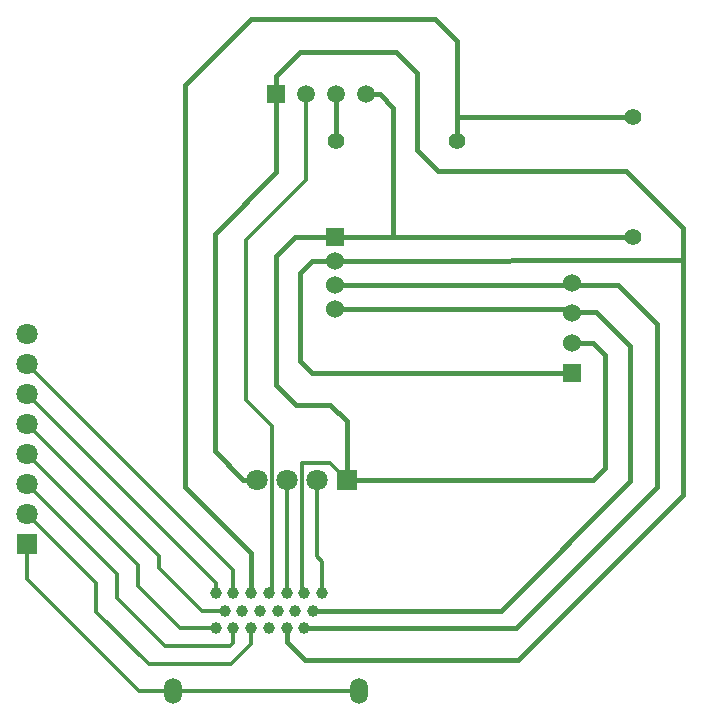
<source format=gbl>
G04 Layer: BottomLayer*
G04 EasyEDA v6.5.23, 2023-06-19 12:13:42*
G04 e563b856323e489fb497cbcb29ae2dd2,10*
G04 Gerber Generator version 0.2*
G04 Scale: 100 percent, Rotated: No, Reflected: No *
G04 Dimensions in millimeters *
G04 leading zeros omitted , absolute positions ,4 integer and 5 decimal *
%FSLAX45Y45*%
%MOMM*%

%ADD10C,0.3000*%
%ADD11C,0.4000*%
%ADD12R,1.8000X1.8000*%
%ADD13C,1.8000*%
%ADD14C,1.5240*%
%ADD15R,1.5240X1.5240*%
%ADD16C,1.0000*%
%ADD17O,1.499997X2.1999956000000003*%
%ADD18C,1.4000*%
%ADD19R,1.5080X1.5080*%
%ADD20C,1.5080*%

%LPD*%
D10*
X1944624Y372363D02*
G01*
X1659636Y372363D01*
X711200Y1320800D01*
X711200Y1612900D01*
X2381504Y1052321D02*
G01*
X2186177Y1052321D01*
X1828800Y1409700D01*
X1828800Y1511300D01*
X711200Y2628900D01*
X2306574Y902462D02*
G01*
X2005838Y902462D01*
X1651000Y1257300D01*
X1651000Y1435100D01*
X711200Y2374900D01*
X2456434Y902462D02*
G01*
X2456434Y780034D01*
X2425700Y749300D01*
X1879600Y749300D01*
X1473200Y1155700D01*
X1473200Y1358900D01*
X711200Y2120900D01*
X2606547Y901700D02*
G01*
X2606547Y765047D01*
X2438400Y596900D01*
X1739900Y596900D01*
X1295400Y1041400D01*
X1295400Y1282700D01*
X711200Y1866900D01*
X2306574Y1202436D02*
G01*
X2306574Y1287526D01*
X711200Y2882900D01*
X2456434Y1202436D02*
G01*
X2456434Y1391665D01*
X711200Y3136900D01*
D11*
X4345431Y5029200D02*
G01*
X4345431Y5878068D01*
X4165600Y6057900D01*
X2603500Y6057900D01*
X2044700Y5499100D01*
X2044700Y2095500D01*
X2603500Y1536700D01*
X2603500Y1205484D01*
X2606547Y1202436D01*
D10*
X3072891Y5422137D02*
G01*
X3072891Y4698492D01*
X2565400Y4191000D01*
X2565400Y2832100D01*
X2781300Y2616200D01*
X2781300Y1227073D01*
X2756408Y1202436D01*
D11*
X2818891Y5422137D02*
G01*
X2818891Y4761992D01*
X2298700Y4241800D01*
X2298700Y2400300D01*
X2540000Y2159000D01*
X2654300Y2159000D01*
X3416300Y2159000D02*
G01*
X3416300Y2654300D01*
X3276600Y2794000D01*
X2984500Y2794000D01*
X2819400Y2959100D01*
X2819400Y4051300D01*
X2979420Y4211320D01*
X3314700Y4211320D01*
X3314700Y4010660D02*
G01*
X3121659Y4010660D01*
X3022600Y3911600D01*
X3022600Y3162300D01*
X3124200Y3060700D01*
X5321300Y3060700D01*
X4345406Y5029200D02*
G01*
X4345406Y5234409D01*
X5842000Y5234409D01*
X3325393Y5029200D02*
G01*
X3325393Y5422087D01*
X3326991Y5422087D01*
X2906522Y902462D02*
G01*
X2906522Y789178D01*
X3060700Y635000D01*
X4864100Y635000D01*
X6261100Y2032000D01*
X6261100Y4292600D01*
X5778500Y4775200D01*
X4191000Y4775200D01*
X4013200Y4953000D01*
X4013200Y5600700D01*
X3835400Y5778500D01*
X3022091Y5778500D01*
X2818891Y5575300D01*
X2818891Y5422137D01*
X3580891Y5422137D02*
G01*
X3696461Y5422137D01*
X3810000Y5308600D01*
X3810000Y4211320D01*
X3314700Y4211320D01*
X3314700Y4211320D02*
G01*
X3317773Y4214393D01*
X5842000Y4214393D01*
X3314700Y4010660D02*
G01*
X3317240Y4013200D01*
X6261100Y4023360D01*
X3416300Y2159000D02*
G01*
X5499100Y2159000D01*
X5600700Y2260600D01*
X5600700Y3213100D01*
X5499100Y3314700D01*
X5321300Y3314700D01*
X3314700Y3606800D02*
G01*
X5283200Y3606800D01*
X5321300Y3568700D01*
X3314700Y3812539D02*
G01*
X5311140Y3812539D01*
D10*
X2908300Y2159000D02*
G01*
X2906522Y1202436D01*
X3162300Y2159000D02*
G01*
X3162300Y1511300D01*
X3206495Y1467104D01*
X3206495Y1202436D01*
X1944497Y372402D02*
G01*
X3516502Y372402D01*
X3416300Y2159000D02*
G01*
X3276600Y2298700D01*
X3035300Y2298700D01*
X3035300Y1223606D01*
X3056509Y1202397D01*
D11*
X3056381Y902462D02*
G01*
X4852161Y902462D01*
X6045200Y2095500D01*
X6045200Y3479800D01*
X5715000Y3810000D01*
X5334000Y3810000D01*
X5321300Y3822700D01*
X3131565Y1052321D02*
G01*
X4722622Y1052321D01*
X5816600Y2146300D01*
X5816600Y3289300D01*
X5524500Y3581400D01*
X5334000Y3581400D01*
X5321300Y3568700D01*
D12*
G01*
X711200Y1612900D03*
D13*
G01*
X711200Y1866900D03*
G01*
X711200Y2120900D03*
G01*
X711200Y2374900D03*
G01*
X711200Y2628900D03*
G01*
X711200Y2882900D03*
G01*
X711200Y3136900D03*
G01*
X711200Y3390900D03*
D12*
G01*
X3416300Y2159000D03*
D13*
G01*
X3162300Y2159000D03*
G01*
X2908300Y2159000D03*
G01*
X2654300Y2159000D03*
D14*
G01*
X3314700Y3606800D03*
G01*
X3314700Y3812539D03*
G01*
X3314700Y4010660D03*
D15*
G01*
X3314700Y4211320D03*
D16*
G01*
X3206495Y1202385D03*
G01*
X3131489Y1052372D03*
G01*
X3056509Y1202385D03*
G01*
X3056509Y902385D03*
G01*
X2981502Y1052372D03*
G01*
X2906496Y902385D03*
G01*
X2906496Y1202385D03*
G01*
X2831490Y1052372D03*
G01*
X2756509Y1202385D03*
G01*
X2756509Y902385D03*
G01*
X2681503Y1052372D03*
G01*
X2606497Y902385D03*
G01*
X2606497Y1202385D03*
G01*
X2531490Y1052372D03*
G01*
X2456484Y1202385D03*
G01*
X2456484Y902385D03*
G01*
X2381504Y1052372D03*
G01*
X2306497Y902385D03*
G01*
X2306497Y1202385D03*
D17*
G01*
X3516502Y372389D03*
G01*
X1944497Y372389D03*
D18*
G01*
X5842000Y4214393D03*
G01*
X5842000Y5234406D03*
G01*
X4345406Y5029200D03*
G01*
X3325393Y5029200D03*
D19*
G01*
X2818993Y5422087D03*
D20*
G01*
X3072993Y5422087D03*
G01*
X3326993Y5422087D03*
G01*
X3580993Y5422087D03*
D15*
G01*
X5321300Y3060700D03*
D14*
G01*
X5321300Y3314700D03*
G01*
X5321300Y3568700D03*
G01*
X5321300Y3822700D03*
M02*

</source>
